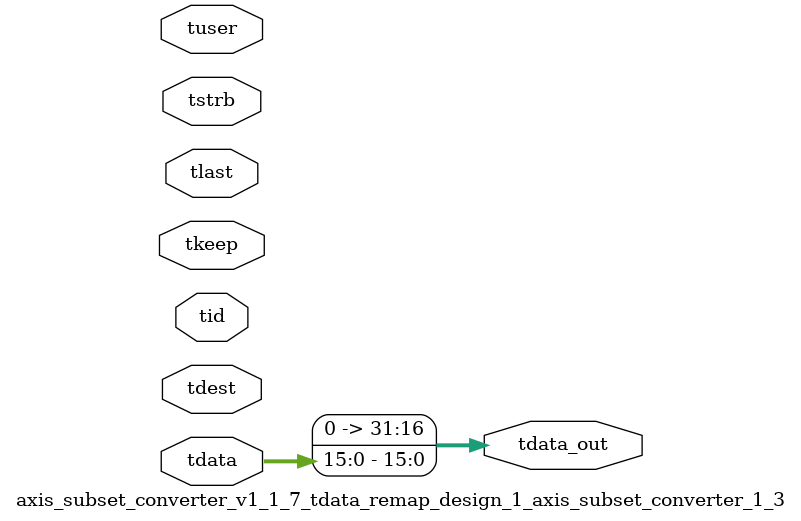
<source format=v>


`timescale 1ps/1ps

module axis_subset_converter_v1_1_7_tdata_remap_design_1_axis_subset_converter_1_3 #
(
parameter C_S_AXIS_TDATA_WIDTH = 32,
parameter C_S_AXIS_TUSER_WIDTH = 0,
parameter C_S_AXIS_TID_WIDTH   = 0,
parameter C_S_AXIS_TDEST_WIDTH = 0,
parameter C_M_AXIS_TDATA_WIDTH = 32
)
(
input  [(C_S_AXIS_TDATA_WIDTH == 0 ? 1 : C_S_AXIS_TDATA_WIDTH)-1:0     ] tdata,
input  [(C_S_AXIS_TUSER_WIDTH == 0 ? 1 : C_S_AXIS_TUSER_WIDTH)-1:0     ] tuser,
input  [(C_S_AXIS_TID_WIDTH   == 0 ? 1 : C_S_AXIS_TID_WIDTH)-1:0       ] tid,
input  [(C_S_AXIS_TDEST_WIDTH == 0 ? 1 : C_S_AXIS_TDEST_WIDTH)-1:0     ] tdest,
input  [(C_S_AXIS_TDATA_WIDTH/8)-1:0 ] tkeep,
input  [(C_S_AXIS_TDATA_WIDTH/8)-1:0 ] tstrb,
input                                                                    tlast,
output [C_M_AXIS_TDATA_WIDTH-1:0] tdata_out
);

assign tdata_out = {8'b00000000,tdata[15:0]};

endmodule


</source>
